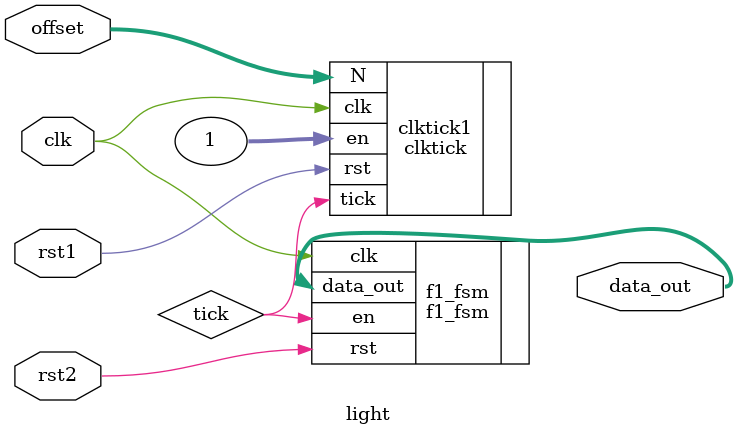
<source format=sv>
module light #(
    parameter input_WIDTH = 16,
              output_WIDTH = 8
)(
    input logic             rst1,
    input logic             rst2,
    input logic             clk,
    input logic [input_WIDTH-1:0] offset,
    output logic [output_WIDTH-1:0] data_out
);

logic tick;

clktick clktick1(
    .clk(clk),
    .rst(rst1),
    .en(1),
    .N(offset),
    .tick(tick)
);

f1_fsm f1_fsm(
    .rst(rst2),
    .en(tick),
    .clk(clk),
    .data_out(data_out)
);

endmodule

</source>
